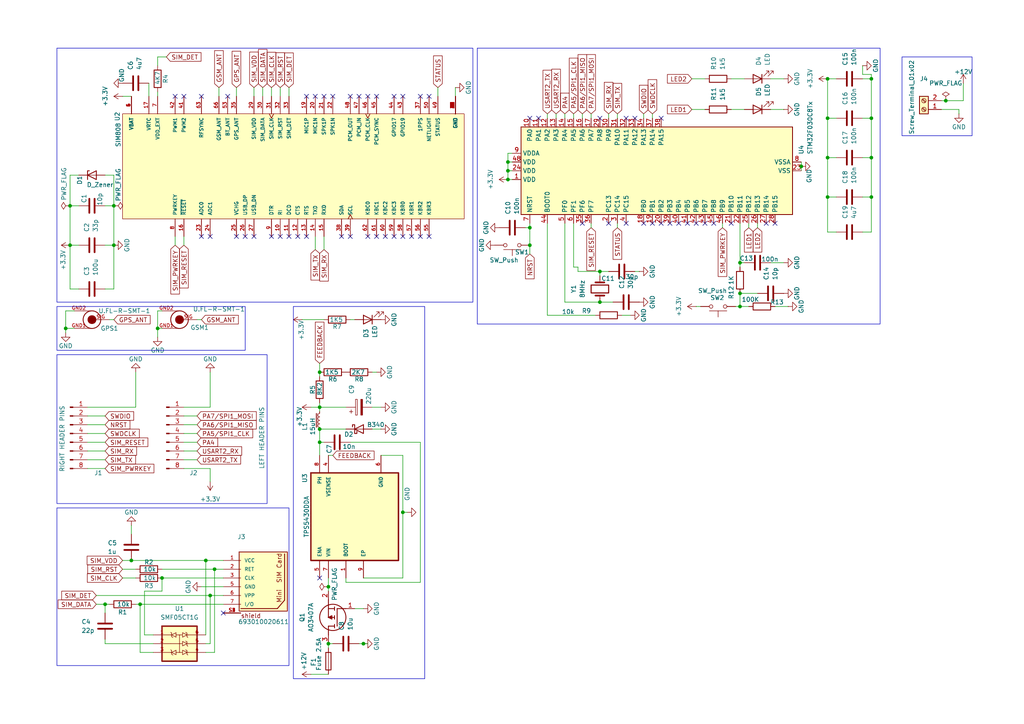
<source format=kicad_sch>
(kicad_sch (version 20231120) (generator "eeschema") (generator_version "8.0")
  (paper "A4")
  (lib_symbols
    (symbol "693010020611:693010020611" (pin_names (offset 1.016))
      (property "Reference" "J" (at 0 8.255 0))
      (symbol "693010020611_0_0"
        (text "Mini  SIM Card " (at 4.283 -7.212 900) (effects (font (size 1.27 1.27)) (justify left bottom)))
        (text "shield" (at -7.62 -11.7 0) (effects (font (size 1.27 1.27)) (justify left bottom)))
        (pin bidirectional line (at -12.7 5.08 0) (length 5.08) (name "VCC") (number "1"))
        (pin bidirectional line (at -12.7 2.54 0) (length 5.08) (name "RET") (number "2"))
        (pin bidirectional line (at -12.7 0 0) (length 5.08) (name "CLK") (number "3"))
        (pin bidirectional line (at -12.7 -2.54 0) (length 5.08) (name "GND") (number "5"))
        (pin bidirectional line (at -12.7 -5.08 0) (length 5.08) (name "VPP") (number "6"))
        (pin bidirectional line (at -12.7 -7.62 0) (length 5.08) (name "I/O") (number "7"))
        (pin bidirectional line (at -12.7 -10.16 0) (length 5.08) (name "~") (number "S1"))
        (pin bidirectional line (at -12.7 -10.16 0) (length 5.08) (name "~") (number "S2"))
        (pin bidirectional line (at -12.7 -10.16 0) (length 5.08) (name "~") (number "S3"))
        (pin bidirectional line (at -12.7 -10.16 0) (length 5.08) (name "~") (number "S4"))
      )
    )
    (symbol "AO3407A:AO3407A" (pin_names hide)
      (property "Reference" "Q" (at 11.43 3.81 0))
      (property "Value" "AO3407A" (at 11.43 1.27 0))
      (symbol "AO3407A_1_1"
        (pin passive line (at 0 0 0) (length 2.54) (name "G") (number "1"))
        (pin passive line (at 7.62 -5.08 90) (length 2.54) (name "S") (number "2"))
        (pin passive line (at 7.62 10.16 270) (length 2.54) (name "D") (number "3"))
      )
    )
    (symbol "Connector:Conn_01x08_Pin" (pin_names (offset 1.016) hide)
      (property "Reference" "J" (at 0 10.16 0))
      (property "Value" "Conn_01x08_Pin" (at 0 -12.7 0))
      (symbol "Conn_01x08_Pin_1_1"
        (pin passive line (at 5.08 7.62 180) (length 3.81) (name "Pin_1") (number "1"))
        (pin passive line (at 5.08 5.08 180) (length 3.81) (name "Pin_2") (number "2"))
        (pin passive line (at 5.08 2.54 180) (length 3.81) (name "Pin_3") (number "3"))
        (pin passive line (at 5.08 0 180) (length 3.81) (name "Pin_4") (number "4"))
        (pin passive line (at 5.08 -2.54 180) (length 3.81) (name "Pin_5") (number "5"))
        (pin passive line (at 5.08 -5.08 180) (length 3.81) (name "Pin_6") (number "6"))
        (pin passive line (at 5.08 -7.62 180) (length 3.81) (name "Pin_7") (number "7"))
        (pin passive line (at 5.08 -10.16 180) (length 3.81) (name "Pin_8") (number "8"))
      )
    )
    (symbol "Connector:Screw_Terminal_01x02" (pin_names (offset 1.016) hide)
      (property "Reference" "J" (at 0 2.54 0))
      (property "Value" "Screw_Terminal_01x02" (at 0 -5.08 0))
      (symbol "Screw_Terminal_01x02_1_1"
        (pin passive line (at -5.08 0 0) (length 3.81) (name "Pin_1") (number "1"))
        (pin passive line (at -5.08 -2.54 0) (length 3.81) (name "Pin_2") (number "2"))
      )
    )
    (symbol "Device:C" (pin_numbers hide) (pin_names (offset 0.254))
      (property "Reference" "C" (at 0.635 2.54 0))
      (property "Value" "C" (at 0.635 -2.54 0))
      (symbol "C_1_1"
        (pin passive line (at 0 3.81 270) (length 2.794) (name "~") (number "1"))
        (pin passive line (at 0 -3.81 90) (length 2.794) (name "~") (number "2"))
      )
    )
    (symbol "Device:C_Polarized" (pin_numbers hide) (pin_names (offset 0.254))
      (property "Reference" "C" (at 0.635 2.54 0))
      (property "Value" "C_Polarized" (at 0.635 -2.54 0))
      (symbol "C_Polarized_1_1"
        (pin passive line (at 0 3.81 270) (length 2.794) (name "~") (number "1"))
        (pin passive line (at 0 -3.81 90) (length 2.794) (name "~") (number "2"))
      )
    )
    (symbol "Device:Crystal" (pin_numbers hide) (pin_names (offset 1.016) hide)
      (property "Reference" "Y" (at 0 3.81 0))
      (property "Value" "Crystal" (at 0 -3.81 0))
      (symbol "Crystal_1_1"
        (pin passive line (at -3.81 0 0) (length 1.27) (name "1") (number "1"))
        (pin passive line (at 3.81 0 180) (length 1.27) (name "2") (number "2"))
      )
    )
    (symbol "Device:D_Zener" (pin_numbers hide) (pin_names (offset 1.016) hide)
      (property "Reference" "D" (at 0 2.54 0))
      (property "Value" "D_Zener" (at 0 -2.54 0))
      (symbol "D_Zener_1_1"
        (pin passive line (at -3.81 0 0) (length 2.54) (name "K") (number "1"))
        (pin passive line (at 3.81 0 180) (length 2.54) (name "A") (number "2"))
      )
    )
    (symbol "Device:Fuse" (pin_numbers hide) (pin_names (offset 0))
      (property "Reference" "F" (at 2.032 0 90))
      (property "Value" "Fuse" (at -1.905 0 90))
      (symbol "Fuse_1_1"
        (pin passive line (at 0 3.81 270) (length 1.27) (name "~") (number "1"))
        (pin passive line (at 0 -3.81 90) (length 1.27) (name "~") (number "2"))
      )
    )
    (symbol "Device:LED" (pin_numbers hide) (pin_names (offset 1.016) hide)
      (property "Reference" "D" (at 0 2.54 0))
      (property "Value" "LED" (at 0 -2.54 0))
      (symbol "LED_1_1"
        (pin passive line (at -3.81 0 0) (length 2.54) (name "K") (number "1"))
        (pin passive line (at 3.81 0 180) (length 2.54) (name "A") (number "2"))
      )
    )
    (symbol "Device:L_Iron_Small" (pin_numbers hide) (pin_names (offset 0.254) hide)
      (property "Reference" "L" (at 1.27 1.016 0))
      (property "Value" "L_Iron_Small" (at 1.27 -1.27 0))
      (symbol "L_Iron_Small_1_1"
        (pin passive line (at 0 2.54 270) (length 0.508) (name "~") (number "1"))
        (pin passive line (at 0 -2.54 90) (length 0.508) (name "~") (number "2"))
      )
    )
    (symbol "Device:R" (pin_numbers hide) (pin_names (offset 0))
      (property "Reference" "R" (at 2.032 0 90))
      (property "Value" "R" (at 0 0 90))
      (symbol "R_1_1"
        (pin passive line (at 0 3.81 270) (length 1.27) (name "~") (number "1"))
        (pin passive line (at 0 -3.81 90) (length 1.27) (name "~") (number "2"))
      )
    )
    (symbol "Diode:B340" (pin_numbers hide) (pin_names (offset 1.016) hide)
      (property "Reference" "D" (at 0 2.54 0))
      (property "Value" "B340" (at 0 -2.54 0))
      (symbol "B340_1_1"
        (pin passive line (at -3.81 0 0) (length 2.54) (name "K") (number "1"))
        (pin passive line (at 3.81 0 180) (length 2.54) (name "A") (number "2"))
      )
    )
    (symbol "MCU_ST_STM32F0:STM32F030C8Tx"
      (property "Reference" "U" (at -12.7 41.91 0))
      (property "Value" "STM32F030C8Tx" (at 7.62 41.91 0))
      (symbol "STM32F030C8Tx_1_1"
        (pin power_in line (at -2.54 43.18 270) (length 2.54) (name "VDD") (number "1"))
        (pin bidirectional line (at 15.24 38.1 180) (length 2.54) (name "PA0") (number "10"))
        (pin bidirectional line (at 15.24 35.56 180) (length 2.54) (name "PA1") (number "11"))
        (pin bidirectional line (at 15.24 33.02 180) (length 2.54) (name "PA2") (number "12"))
        (pin bidirectional line (at 15.24 30.48 180) (length 2.54) (name "PA3") (number "13"))
        (pin bidirectional line (at 15.24 27.94 180) (length 2.54) (name "PA4") (number "14"))
        (pin bidirectional line (at 15.24 25.4 180) (length 2.54) (name "PA5") (number "15"))
        (pin bidirectional line (at 15.24 22.86 180) (length 2.54) (name "PA6") (number "16"))
        (pin bidirectional line (at 15.24 20.32 180) (length 2.54) (name "PA7") (number "17"))
        (pin bidirectional line (at -15.24 5.08 0) (length 2.54) (name "PB0") (number "18"))
        (pin bidirectional line (at -15.24 2.54 0) (length 2.54) (name "PB1") (number "19"))
        (pin bidirectional line (at -15.24 15.24 0) (length 2.54) (name "PC13") (number "2"))
        (pin bidirectional line (at -15.24 0 0) (length 2.54) (name "PB2") (number "20"))
        (pin bidirectional line (at -15.24 -20.32 0) (length 2.54) (name "PB10") (number "21"))
        (pin bidirectional line (at -15.24 -22.86 0) (length 2.54) (name "PB11") (number "22"))
        (pin power_in line (at 0 -40.64 90) (length 2.54) (name "VSS") (number "23"))
        (pin power_in line (at 0 43.18 270) (length 2.54) (name "VDD") (number "24"))
        (pin bidirectional line (at -15.24 -25.4 0) (length 2.54) (name "PB12") (number "25"))
        (pin bidirectional line (at -15.24 -27.94 0) (length 2.54) (name "PB13") (number "26"))
        (pin bidirectional line (at -15.24 -30.48 0) (length 2.54) (name "PB14") (number "27"))
        (pin bidirectional line (at -15.24 -33.02 0) (length 2.54) (name "PB15") (number "28"))
        (pin bidirectional line (at 15.24 17.78 180) (length 2.54) (name "PA8") (number "29"))
        (pin bidirectional line (at -15.24 12.7 0) (length 2.54) (name "PC14") (number "3"))
        (pin bidirectional line (at 15.24 15.24 180) (length 2.54) (name "PA9") (number "30"))
        (pin bidirectional line (at 15.24 12.7 180) (length 2.54) (name "PA10") (number "31"))
        (pin bidirectional line (at 15.24 10.16 180) (length 2.54) (name "PA11") (number "32"))
        (pin bidirectional line (at 15.24 7.62 180) (length 2.54) (name "PA12") (number "33"))
        (pin bidirectional line (at 15.24 5.08 180) (length 2.54) (name "PA13") (number "34"))
        (pin bidirectional line (at -15.24 22.86 0) (length 2.54) (name "PF6") (number "35"))
        (pin bidirectional line (at -15.24 20.32 0) (length 2.54) (name "PF7") (number "36"))
        (pin bidirectional line (at 15.24 2.54 180) (length 2.54) (name "PA14") (number "37"))
        (pin bidirectional line (at 15.24 0 180) (length 2.54) (name "PA15") (number "38"))
        (pin bidirectional line (at -15.24 -2.54 0) (length 2.54) (name "PB3") (number "39"))
        (pin bidirectional line (at -15.24 10.16 0) (length 2.54) (name "PC15") (number "4"))
        (pin bidirectional line (at -15.24 -5.08 0) (length 2.54) (name "PB4") (number "40"))
        (pin bidirectional line (at -15.24 -7.62 0) (length 2.54) (name "PB5") (number "41"))
        (pin bidirectional line (at -15.24 -10.16 0) (length 2.54) (name "PB6") (number "42"))
        (pin bidirectional line (at -15.24 -12.7 0) (length 2.54) (name "PB7") (number "43"))
        (pin input line (at -15.24 33.02 0) (length 2.54) (name "BOOT0") (number "44"))
        (pin bidirectional line (at -15.24 -15.24 0) (length 2.54) (name "PB8") (number "45"))
        (pin bidirectional line (at -15.24 -17.78 0) (length 2.54) (name "PB9") (number "46"))
        (pin passive line (at 0 -40.64 90) (length 2.54) hide (name "VSS") (number "47"))
        (pin power_in line (at 2.54 43.18 270) (length 2.54) (name "VDD") (number "48"))
        (pin bidirectional line (at -15.24 27.94 0) (length 2.54) (name "PF0") (number "5"))
        (pin bidirectional line (at -15.24 25.4 0) (length 2.54) (name "PF1") (number "6"))
        (pin input line (at -15.24 38.1 0) (length 2.54) (name "NRST") (number "7"))
        (pin power_in line (at 2.54 -40.64 90) (length 2.54) (name "VSSA") (number "8"))
        (pin power_in line (at 5.08 43.18 270) (length 2.54) (name "VDDA") (number "9"))
      )
    )
    (symbol "SIM808:SIM808" (pin_names (offset 1.016))
      (property "Reference" "U" (at -15.24 49.022 0))
      (property "Value" "SIM808" (at -15.24 -53.34 0))
      (symbol "SIM808_0_0"
        (pin power_in line (at 20.32 -48.26 180) (length 5.08) (name "GND") (number "1"))
        (pin output line (at -20.32 2.54 0) (length 5.08) (name "RI") (number "10"))
        (pin output line (at -20.32 0 0) (length 5.08) (name "DCD") (number "11"))
        (pin output line (at -20.32 -2.54 0) (length 5.08) (name "CTS") (number "12"))
        (pin input line (at -20.32 -5.08 0) (length 5.08) (name "RTS") (number "13"))
        (pin output line (at -20.32 -7.62 0) (length 5.08) (name "TXD") (number "14"))
        (pin input line (at -20.32 -10.16 0) (length 5.08) (name "RXD") (number "15"))
        (pin input line (at -20.32 30.48 0) (length 5.08) (name "~{RESET}") (number "16"))
        (pin bidirectional line (at 20.32 40.64 180) (length 5.08) (name "VRTC") (number "17"))
        (pin power_in line (at 20.32 -48.26 180) (length 5.08) (name "GND") (number "18"))
        (pin input line (at 20.32 -5.08 180) (length 5.08) (name "MIC1P") (number "19"))
        (pin power_in line (at 20.32 -48.26 180) (length 5.08) (name "GND") (number "2"))
        (pin input line (at 20.32 -7.62 180) (length 5.08) (name "MIC1N") (number "20"))
        (pin output line (at 20.32 -10.16 180) (length 5.08) (name "SPK1P") (number "21"))
        (pin output line (at 20.32 -12.7 180) (length 5.08) (name "SPK1N") (number "22"))
        (pin input line (at -20.32 25.4 0) (length 5.08) (name "ADC0") (number "23"))
        (pin input line (at -20.32 22.86 0) (length 5.08) (name "ADC1") (number "24"))
        (pin input line (at -20.32 15.24 0) (length 5.08) (name "VCHG") (number "25"))
        (pin bidirectional line (at -20.32 12.7 0) (length 5.08) (name "USB_DP") (number "26"))
        (pin bidirectional line (at -20.32 10.16 0) (length 5.08) (name "USB_DN") (number "27"))
        (pin power_in line (at 20.32 -48.26 180) (length 5.08) (name "GND") (number "28"))
        (pin output line (at 20.32 10.16 180) (length 5.08) (name "SIM_VDD") (number "29"))
        (pin power_in line (at 20.32 -48.26 180) (length 5.08) (name "GND") (number "3"))
        (pin bidirectional line (at 20.32 7.62 180) (length 5.08) (name "SIM_DATA") (number "30"))
        (pin output clock (at 20.32 5.08 180) (length 5.08) (name "SIM_CLK") (number "31"))
        (pin output line (at 20.32 2.54 180) (length 5.08) (name "SIM_RST") (number "32"))
        (pin input line (at 20.32 0 180) (length 5.08) (name "SIM_DET") (number "33"))
        (pin power_in line (at 20.32 -48.26 180) (length 5.08) (name "GND") (number "34"))
        (pin input line (at 20.32 15.24 180) (length 5.08) (name "GPS_ANT") (number "35"))
        (pin power_in line (at 20.32 -48.26 180) (length 5.08) (name "GND") (number "36"))
        (pin output line (at 20.32 -38.1 180) (length 5.08) (name "1PPS") (number "37"))
        (pin bidirectional line (at -20.32 -15.24 0) (length 5.08) (name "SDA") (number "38"))
        (pin input clock (at -20.32 -17.78 0) (length 5.08) (name "SCL") (number "39"))
        (pin power_in line (at 20.32 45.72 180) (length 5.08) (name "VBAT") (number "4"))
        (pin power_in line (at 20.32 -48.26 180) (length 5.08) (name "GND") (number "40"))
        (pin output line (at 20.32 30.48 180) (length 5.08) (name "PWM2") (number "41"))
        (pin output line (at 20.32 33.02 180) (length 5.08) (name "PWM1") (number "42"))
        (pin bidirectional line (at 20.32 -33.02 180) (length 5.08) (name "GPIO19") (number "43"))
        (pin bidirectional line (at 20.32 -30.48 180) (length 5.08) (name "GPIO17") (number "44"))
        (pin output line (at 20.32 -25.4 180) (length 5.08) (name "PCM_SYNC") (number "45"))
        (pin input clock (at 20.32 -22.86 180) (length 5.08) (name "PCM_CLK") (number "46"))
        (pin input line (at 20.32 -20.32 180) (length 5.08) (name "PCM_IN") (number "47"))
        (pin output line (at 20.32 -17.78 180) (length 5.08) (name "PCM_OUT") (number "48"))
        (pin output line (at 20.32 -43.18 180) (length 5.08) (name "STATUS") (number "49"))
        (pin power_in line (at 20.32 45.72 180) (length 5.08) (name "VBAT") (number "5"))
        (pin output line (at 20.32 -40.64 180) (length 5.08) (name "NETLIGHT") (number "50"))
        (pin power_in line (at 20.32 -48.26 180) (length 5.08) (name "GND") (number "51"))
        (pin power_in line (at 20.32 -48.26 180) (length 5.08) (name "GND") (number "52"))
        (pin bidirectional line (at 20.32 17.78 180) (length 5.08) (name "BT_ANT") (number "53"))
        (pin power_in line (at 20.32 -48.26 180) (length 5.08) (name "GND") (number "54"))
        (pin output line (at -20.32 -40.64 0) (length 5.08) (name "KBR3") (number "55"))
        (pin output line (at -20.32 -38.1 0) (length 5.08) (name "KBR2") (number "56"))
        (pin output line (at -20.32 -35.56 0) (length 5.08) (name "KBR1") (number "57"))
        (pin output line (at -20.32 -33.02 0) (length 5.08) (name "KBR0") (number "58"))
        (pin input line (at -20.32 -30.48 0) (length 5.08) (name "KBC3") (number "59"))
        (pin power_in line (at 20.32 45.72 180) (length 5.08) (name "VBAT") (number "6"))
        (pin input line (at -20.32 -27.94 0) (length 5.08) (name "KBC2") (number "60"))
        (pin input line (at -20.32 -25.4 0) (length 5.08) (name "KBC1") (number "61"))
        (pin input line (at -20.32 -22.86 0) (length 5.08) (name "KBC0") (number "62"))
        (pin output line (at 20.32 25.4 180) (length 5.08) (name "RFSYNC") (number "63"))
        (pin power_in line (at 20.32 -48.26 180) (length 5.08) (name "GND") (number "64"))
        (pin power_in line (at 20.32 -48.26 180) (length 5.08) (name "GND") (number "65"))
        (pin bidirectional line (at 20.32 20.32 180) (length 5.08) (name "GSM_ANT") (number "66"))
        (pin power_in line (at 20.32 -48.26 180) (length 5.08) (name "GND") (number "67"))
        (pin power_in line (at 20.32 -48.26 180) (length 5.08) (name "GND") (number "68"))
        (pin output line (at 20.32 38.1 180) (length 5.08) (name "VDD_EXT") (number "7"))
        (pin input line (at -20.32 33.02 0) (length 5.08) (name "PWRKEY") (number "8"))
        (pin input line (at -20.32 5.08 0) (length 5.08) (name "DTR") (number "9"))
      )
    )
    (symbol "SMF05CT1G:SMF05CT1G" (pin_names (offset 1.016))
      (property "Reference" "U" (at -5.1114 6.0907 0))
      (property "Value" "SMF05CT1G" (at -5.1118 -9.0963 0))
      (symbol "SMF05CT1G_0_0"
        (pin passive line (at -7.62 2.54 0) (length 5.08) (name "~") (number "1"))
        (pin passive line (at -7.62 0 0) (length 5.08) (name "~") (number "2"))
        (pin passive line (at -7.62 -2.54 0) (length 5.08) (name "~") (number "3"))
        (pin passive line (at 7.62 -2.54 180) (length 5.08) (name "~") (number "4"))
        (pin passive line (at 7.62 0 180) (length 5.08) (name "~") (number "5"))
        (pin passive line (at 7.62 2.54 180) (length 5.08) (name "~") (number "6"))
      )
    )
    (symbol "Switch:SW_Push" (pin_numbers hide) (pin_names (offset 1.016) hide)
      (property "Reference" "SW" (at 1.27 2.54 0))
      (property "Value" "SW_Push" (at 0 -1.524 0))
      (symbol "SW_Push_0_1"
        (pin passive line (at -5.08 0 0) (length 2.54) (name "1") (number "1"))
        (pin passive line (at 5.08 0 180) (length 2.54) (name "2") (number "2"))
      )
    )
    (symbol "TPS5430DDA:TPS5430DDA" (pin_names (offset 1.016))
      (property "Reference" "U" (at -12.7 13.7 0))
      (property "Value" "TPS5430DDA" (at -12.7 -16.7 0))
      (symbol "TPS5430DDA_0_0"
        (pin bidirectional line (at -17.78 2.54 0) (length 5.08) (name "BOOT") (number "1"))
        (pin output line (at 17.78 7.62 180) (length 5.08) (name "VSENSE") (number "4"))
        (pin input line (at -17.78 10.16 0) (length 5.08) (name "ENA") (number "5"))
        (pin power_in line (at 17.78 -7.62 180) (length 5.08) (name "GND") (number "6"))
        (pin input line (at -17.78 7.62 0) (length 5.08) (name "VIN") (number "7"))
        (pin output line (at 17.78 10.16 180) (length 5.08) (name "PH") (number "8"))
        (pin bidirectional line (at -17.78 -2.54 0) (length 5.08) (name "EP") (number "9"))
      )
    )
    (symbol "U.FL-R-SMT-1:U.FL-R-SMT-1" (pin_names (offset 1.016))
      (property "Reference" "ANT" (at -2.54 5.08 0))
      (property "Value" "U.FL-R-SMT-1" (at -2.54 -6.096 0))
      (symbol "U.FL-R-SMT-1_0_0"
        (pin bidirectional line (at 5.08 2.54 180) (length 2.54) (name "~") (number "GND1"))
        (pin bidirectional line (at 5.08 -2.54 180) (length 2.54) (name "~") (number "GND2"))
        (pin bidirectional line (at -5.08 0 0) (length 5.08) (name "~") (number "SIG"))
      )
    )
    (symbol "power:+12V" (power) (pin_numbers hide) (pin_names (offset 0) hide)
      (property "Value" "+12V" (at 0 3.556 0))
      (symbol "+12V_1_1"
        (pin power_in line (at 0 0 90) (length 0) (name "~") (number "1"))
      )
    )
    (symbol "power:+3.3V" (power) (pin_numbers hide) (pin_names (offset 0) hide)
      (property "Value" "+3.3V" (at 0 3.556 0))
      (symbol "+3.3V_1_1"
        (pin power_in line (at 0 0 90) (length 0) (name "~") (number "1"))
      )
    )
    (symbol "power:GND" (power) (pin_numbers hide) (pin_names (offset 0) hide)
      (property "Value" "GND" (at 0 -3.81 0))
      (symbol "GND_1_1"
        (pin power_in line (at 0 0 270) (length 0) (name "~") (number "1"))
      )
    )
    (symbol "power:PWR_FLAG" (power) (pin_numbers hide) (pin_names (offset 0) hide)
      (property "Value" "PWR_FLAG" (at 0 3.81 0))
      (symbol "PWR_FLAG_0_0"
        (pin power_out line (at 0 0 90) (length 0) (name "~") (number "1"))
      )
    )
  )
  (junction (at 173.99 78.74))
  (junction (at 147.32 52.07))
  (junction (at 95.25 186.69))
  (junction (at 60.96 172.72))
  (junction (at 214.63 85.09))
  (junction (at 33.02 59.69))
  (junction (at 240.03 22.86))
  (junction (at 147.32 46.99))
  (junction (at 252.73 34.29))
  (junction (at 92.71 124.46))
  (junction (at 252.73 22.86))
  (junction (at 214.63 88.9))
  (junction (at 252.73 45.72))
  (junction (at 95.25 170.18))
  (junction (at 92.71 128.27))
  (junction (at 240.03 45.72))
  (junction (at 38.1 162.56))
  (junction (at 92.71 107.95))
  (junction (at 173.99 87.63))
  (junction (at 19.05 95.25))
  (junction (at 252.73 57.15))
  (junction (at 46.99 167.64))
  (junction (at 40.64 175.26))
  (junction (at 20.32 71.12))
  (junction (at 105.41 186.69))
  (junction (at 153.67 71.12))
  (junction (at 116.84 148.59))
  (junction (at 45.72 95.25))
  (junction (at 20.32 59.69))
  (junction (at 240.03 34.29))
  (junction (at 240.03 57.15))
  (junction (at 232.41 48.26))
  (junction (at 33.02 71.12))
  (junction (at 274.32 29.21))
  (junction (at 62.23 165.1))
  (junction (at 147.32 49.53))
  (junction (at 59.69 162.56))
  (junction (at 30.48 175.26))
  (junction (at 214.63 76.2))
  (junction (at 153.67 66.04))
  (junction (at 92.71 118.11))
  (no_connect (at 78.74 68.58))
  (no_connect (at 109.22 68.58))
  (no_connect (at 88.9 68.58))
  (no_connect (at 60.96 68.58))
  (no_connect (at 176.53 64.77))
  (no_connect (at 58.42 27.94))
  (no_connect (at 156.21 34.29))
  (no_connect (at 106.68 68.58))
  (no_connect (at 101.6 68.58))
  (no_connect (at 121.92 68.58))
  (no_connect (at 186.69 64.77))
  (no_connect (at 124.46 27.94))
  (no_connect (at 83.82 68.58))
  (no_connect (at 93.98 27.94))
  (no_connect (at 88.9 27.94))
  (no_connect (at 184.15 34.29))
  (no_connect (at 99.06 68.58))
  (no_connect (at 204.47 64.77))
  (no_connect (at 64.77 177.8))
  (no_connect (at 114.3 27.94))
  (no_connect (at 194.31 64.77))
  (no_connect (at 106.68 27.94))
  (no_connect (at 196.85 64.77))
  (no_connect (at 189.23 64.77))
  (no_connect (at 222.25 64.77))
  (no_connect (at 173.99 34.29))
  (no_connect (at 224.79 64.77))
  (no_connect (at 111.76 68.58))
  (no_connect (at 104.14 27.94))
  (no_connect (at 73.66 68.58))
  (no_connect (at 191.77 34.29))
  (no_connect (at 66.04 27.94))
  (no_connect (at 92.71 167.64))
  (no_connect (at 50.8 27.94))
  (no_connect (at 199.39 64.77))
  (no_connect (at 207.01 64.77))
  (no_connect (at 168.91 64.77))
  (no_connect (at 153.67 34.29))
  (no_connect (at 71.12 68.58))
  (no_connect (at 116.84 27.94))
  (no_connect (at 68.58 68.58))
  (no_connect (at 53.34 27.94))
  (no_connect (at 212.09 64.77))
  (no_connect (at 116.84 68.58))
  (no_connect (at 181.61 34.29))
  (no_connect (at 119.38 68.58))
  (no_connect (at 191.77 64.77))
  (no_connect (at 91.44 27.94))
  (no_connect (at 124.46 68.58))
  (no_connect (at 109.22 27.94))
  (no_connect (at 114.3 68.58))
  (no_connect (at 181.61 64.77))
  (no_connect (at 86.36 68.58))
  (no_connect (at 58.42 68.58))
  (no_connect (at 96.52 27.94))
  (no_connect (at 101.6 27.94))
  (no_connect (at 121.92 27.94))
  (no_connect (at 201.93 64.77))
  (no_connect (at 81.28 68.58))
  (wire (pts (xy 214.63 76.2) (xy 214.63 64.77)))
  (wire (pts (xy 30.48 50.8) (xy 33.02 50.8)))
  (wire (pts (xy 200.66 22.86) (xy 204.47 22.86)))
  (wire (pts (xy 59.69 162.56) (xy 64.77 162.56)))
  (wire (pts (xy 53.34 71.12) (xy 53.34 68.58)))
  (wire (pts (xy 46.99 171.45) (xy 46.99 167.64)))
  (wire (pts (xy 22.86 50.8) (xy 20.32 50.8)))
  (wire (pts (xy 250.19 21.59) (xy 252.73 21.59)))
  (wire (pts (xy 163.83 33.02) (xy 163.83 34.29)))
  (wire (pts (xy 102.87 176.53) (xy 105.41 176.53)))
  (wire (pts (xy 30.48 128.27) (xy 25.4 128.27)))
  (wire (pts (xy 44.45 189.23) (xy 40.64 189.23)))
  (wire (pts (xy 92.71 128.27) (xy 92.71 124.46)))
  (wire (pts (xy 252.73 21.59) (xy 252.73 22.86)))
  (wire (pts (xy 83.82 27.94) (xy 83.82 25.4)))
  (wire (pts (xy 153.67 66.04) (xy 153.67 64.77)))
  (wire (pts (xy 158.75 91.44) (xy 172.72 91.44)))
  (wire (pts (xy 19.05 90.17) (xy 19.05 95.25)))
  (wire (pts (xy 161.29 33.02) (xy 161.29 34.29)))
  (wire (pts (xy 215.9 76.2) (xy 214.63 76.2)))
  (wire (pts (xy 93.98 72.39) (xy 93.98 68.58)))
  (wire (pts (xy 39.37 175.26) (xy 40.64 175.26)))
  (wire (pts (xy 232.41 48.26) (xy 232.41 49.53)))
  (wire (pts (xy 92.71 107.95) (xy 92.71 105.41)))
  (wire (pts (xy 43.18 27.94) (xy 43.18 24.13)))
  (wire (pts (xy 167.64 77.47) (xy 167.64 78.74)))
  (wire (pts (xy 90.17 195.58) (xy 95.25 195.58)))
  (wire (pts (xy 30.48 175.26) (xy 30.48 177.8)))
  (wire (pts (xy 30.48 125.73) (xy 25.4 125.73)))
  (wire (pts (xy 78.74 27.94) (xy 78.74 25.4)))
  (wire (pts (xy 90.17 118.11) (xy 92.71 118.11)))
  (wire (pts (xy 179.07 66.04) (xy 179.07 64.77)))
  (wire (pts (xy 163.83 87.63) (xy 173.99 87.63)))
  (wire (pts (xy 57.15 125.73) (xy 53.34 125.73)))
  (wire (pts (xy 33.02 59.69) (xy 33.02 50.8)))
  (wire (pts (xy 60.96 139.7) (xy 60.96 135.89)))
  (wire (pts (xy 252.73 22.86) (xy 250.19 22.86)))
  (wire (pts (xy 212.09 22.86) (xy 215.9 22.86)))
  (wire (pts (xy 92.71 118.11) (xy 100.33 118.11)))
  (wire (pts (xy 214.63 77.47) (xy 214.63 76.2)))
  (wire (pts (xy 158.75 64.77) (xy 158.75 91.44)))
  (wire (pts (xy 116.84 132.08) (xy 110.49 132.08)))
  (wire (pts (xy 30.48 135.89) (xy 25.4 135.89)))
  (wire (pts (xy 45.72 97.79) (xy 45.72 95.25)))
  (wire (pts (xy 30.48 59.69) (xy 33.02 59.69)))
  (wire (pts (xy 240.03 67.31) (xy 240.03 57.15)))
  (wire (pts (xy 95.25 171.45) (xy 95.25 170.18)))
  (wire (pts (xy 121.92 168.91) (xy 121.92 128.27)))
  (wire (pts (xy 92.71 109.22) (xy 92.71 107.95)))
  (wire (pts (xy 57.15 133.35) (xy 53.34 133.35)))
  (wire (pts (xy 147.32 49.53) (xy 148.59 49.53)))
  (wire (pts (xy 201.93 88.9) (xy 203.2 88.9)))
  (wire (pts (xy 274.32 29.21) (xy 279.4 29.21)))
  (wire (pts (xy 180.34 91.44) (xy 182.88 91.44)))
  (wire (pts (xy 20.32 59.69) (xy 20.32 50.8)))
  (wire (pts (xy 57.15 120.65) (xy 53.34 120.65)))
  (wire (pts (xy 62.23 189.23) (xy 62.23 165.1)))
  (wire (pts (xy 200.66 31.75) (xy 204.47 31.75)))
  (wire (pts (xy 58.42 92.71) (xy 57.15 92.71)))
  (wire (pts (xy 152.4 66.04) (xy 153.67 66.04)))
  (wire (pts (xy 41.91 184.15) (xy 41.91 171.45)))
  (wire (pts (xy 21.59 95.25) (xy 19.05 95.25)))
  (wire (pts (xy 95.25 187.96) (xy 95.25 186.69)))
  (wire (pts (xy 273.05 29.21) (xy 274.32 29.21)))
  (wire (pts (xy 95.25 170.18) (xy 95.25 167.64)))
  (wire (pts (xy 147.32 52.07) (xy 148.59 52.07)))
  (wire (pts (xy 273.05 31.75) (xy 278.13 31.75)))
  (wire (pts (xy 179.07 33.02) (xy 179.07 34.29)))
  (wire (pts (xy 227.33 31.75) (xy 223.52 31.75)))
  (wire (pts (xy 92.71 132.08) (xy 92.71 128.27)))
  (wire (pts (xy 166.37 77.47) (xy 166.37 64.77)))
  (wire (pts (xy 223.52 22.86) (xy 227.33 22.86)))
  (wire (pts (xy 30.48 175.26) (xy 31.75 175.26)))
  (wire (pts (xy 38.1 152.4) (xy 38.1 154.94)))
  (wire (pts (xy 40.64 175.26) (xy 40.64 189.23)))
  (wire (pts (xy 57.15 130.81) (xy 53.34 130.81)))
  (wire (pts (xy 50.8 71.12) (xy 50.8 68.58)))
  (wire (pts (xy 30.48 71.12) (xy 33.02 71.12)))
  (wire (pts (xy 35.56 162.56) (xy 38.1 162.56)))
  (wire (pts (xy 250.19 57.15) (xy 252.73 57.15)))
  (wire (pts (xy 189.23 33.02) (xy 189.23 34.29)))
  (wire (pts (xy 153.67 73.66) (xy 153.67 71.12)))
  (wire (pts (xy 176.53 33.02) (xy 176.53 34.29)))
  (wire (pts (xy 38.1 162.56) (xy 59.69 162.56)))
  (wire (pts (xy 20.32 59.69) (xy 22.86 59.69)))
  (wire (pts (xy 30.48 186.69) (xy 30.48 185.42)))
  (wire (pts (xy 63.5 25.4) (xy 63.5 27.94)))
  (wire (pts (xy 91.44 72.39) (xy 91.44 68.58)))
  (wire (pts (xy 35.56 165.1) (xy 39.37 165.1)))
  (wire (pts (xy 92.71 119.38) (xy 92.71 118.11)))
  (wire (pts (xy 30.48 130.81) (xy 25.4 130.81)))
  (wire (pts (xy 217.17 66.04) (xy 217.17 64.77)))
  (wire (pts (xy 242.57 67.31) (xy 240.03 67.31)))
  (wire (pts (xy 219.71 66.04) (xy 219.71 64.77)))
  (wire (pts (xy 158.75 33.02) (xy 158.75 34.29)))
  (wire (pts (xy 45.72 19.05) (xy 45.72 16.51)))
  (wire (pts (xy 252.73 67.31) (xy 252.73 57.15)))
  (wire (pts (xy 106.68 186.69) (xy 105.41 186.69)))
  (wire (pts (xy 45.72 16.51) (xy 48.26 16.51)))
  (wire (pts (xy 101.6 92.71) (xy 102.87 92.71)))
  (wire (pts (xy 116.84 148.59) (xy 116.84 132.08)))
  (wire (pts (xy 214.63 85.09) (xy 219.71 85.09)))
  (wire (pts (xy 45.72 26.67) (xy 45.72 27.94)))
  (wire (pts (xy 35.56 167.64) (xy 39.37 167.64)))
  (wire (pts (xy 22.86 83.82) (xy 20.32 83.82)))
  (wire (pts (xy 110.49 118.11) (xy 107.95 118.11)))
  (wire (pts (xy 92.71 124.46) (xy 100.33 124.46)))
  (wire (pts (xy 148.59 44.45) (xy 147.32 44.45)))
  (wire (pts (xy 232.41 46.99) (xy 232.41 48.26)))
  (wire (pts (xy 46.99 167.64) (xy 64.77 167.64)))
  (wire (pts (xy 100.33 167.64) (xy 100.33 168.91)))
  (wire (pts (xy 44.45 184.15) (xy 41.91 184.15)))
  (wire (pts (xy 59.69 189.23) (xy 62.23 189.23)))
  (wire (pts (xy 167.64 78.74) (xy 173.99 78.74)))
  (wire (pts (xy 173.99 78.74) (xy 176.53 78.74)))
  (wire (pts (xy 240.03 57.15) (xy 240.03 45.72)))
  (wire (pts (xy 240.03 45.72) (xy 242.57 45.72)))
  (wire (pts (xy 214.63 88.9) (xy 214.63 85.09)))
  (wire (pts (xy 44.45 186.69) (xy 30.48 186.69)))
  (wire (pts (xy 59.69 186.69) (xy 60.96 186.69)))
  (wire (pts (xy 30.48 123.19) (xy 25.4 123.19)))
  (wire (pts (xy 20.32 71.12) (xy 20.32 59.69)))
  (wire (pts (xy 250.19 19.05) (xy 250.19 21.59)))
  (wire (pts (xy 46.99 165.1) (xy 62.23 165.1)))
  (wire (pts (xy 19.05 96.52) (xy 19.05 95.25)))
  (wire (pts (xy 109.22 107.95) (xy 107.95 107.95)))
  (wire (pts (xy 100.33 168.91) (xy 121.92 168.91)))
  (wire (pts (xy 166.37 33.02) (xy 166.37 34.29)))
  (wire (pts (xy 250.19 45.72) (xy 252.73 45.72)))
  (wire (pts (xy 252.73 34.29) (xy 252.73 22.86)))
  (wire (pts (xy 240.03 22.86) (xy 242.57 22.86)))
  (wire (pts (xy 147.32 44.45) (xy 147.32 46.99)))
  (wire (pts (xy 76.2 27.94) (xy 76.2 25.4)))
  (wire (pts (xy 186.69 33.02) (xy 186.69 34.29)))
  (wire (pts (xy 58.42 170.18) (xy 64.77 170.18)))
  (wire (pts (xy 279.4 24.13) (xy 279.4 29.21)))
  (wire (pts (xy 147.32 46.99) (xy 148.59 46.99)))
  (wire (pts (xy 27.94 172.72) (xy 60.96 172.72)))
  (wire (pts (xy 167.64 77.47) (xy 166.37 77.47)))
  (wire (pts (xy 214.63 88.9) (xy 213.36 88.9)))
  (wire (pts (xy 278.13 31.75) (xy 278.13 33.02)))
  (wire (pts (xy 39.37 118.11) (xy 25.4 118.11)))
  (wire (pts (xy 173.99 80.01) (xy 173.99 78.74)))
  (wire (pts (xy 27.94 175.26) (xy 30.48 175.26)))
  (wire (pts (xy 59.69 162.56) (xy 59.69 184.15)))
  (wire (pts (xy 240.03 34.29) (xy 242.57 34.29)))
  (wire (pts (xy 147.32 49.53) (xy 147.32 52.07)))
  (wire (pts (xy 171.45 66.04) (xy 171.45 64.77)))
  (wire (pts (xy 40.64 175.26) (xy 64.77 175.26)))
  (wire (pts (xy 38.1 27.94) (xy 35.56 27.94)))
  (wire (pts (xy 127 27.94) (xy 127 25.4)))
  (wire (pts (xy 46.99 95.25) (xy 45.72 95.25)))
  (wire (pts (xy 240.03 34.29) (xy 240.03 22.86)))
  (wire (pts (xy 116.84 148.59) (xy 118.11 148.59)))
  (wire (pts (xy 20.32 83.82) (xy 20.32 71.12)))
  (wire (pts (xy 240.03 45.72) (xy 240.03 34.29)))
  (wire (pts (xy 212.09 31.75) (xy 215.9 31.75)))
  (wire (pts (xy 39.37 107.95) (xy 39.37 118.11)))
  (wire (pts (xy 30.48 133.35) (xy 25.4 133.35)))
  (wire (pts (xy 46.99 90.17) (xy 45.72 90.17)))
  (wire (pts (xy 107.95 124.46) (xy 110.49 124.46)))
  (wire (pts (xy 60.96 172.72) (xy 60.96 186.69)))
  (wire (pts (xy 252.73 45.72) (xy 252.73 34.29)))
  (wire (pts (xy 153.67 71.12) (xy 153.67 66.04)))
  (wire (pts (xy 81.28 27.94) (xy 81.28 25.4)))
  (wire (pts (xy 116.84 167.64) (xy 116.84 148.59)))
  (wire (pts (xy 33.02 83.82) (xy 30.48 83.82)))
  (wire (pts (xy 223.52 76.2) (xy 227.33 76.2)))
  (wire (pts (xy 224.79 88.9) (xy 228.6 88.9)))
  (wire (pts (xy 185.42 78.74) (xy 184.15 78.74)))
  (wire (pts (xy 60.96 118.11) (xy 60.96 107.95)))
  (wire (pts (xy 147.32 46.99) (xy 147.32 49.53)))
  (wire (pts (xy 87.63 92.71) (xy 93.98 92.71)))
  (wire (pts (xy 60.96 135.89) (xy 53.34 135.89)))
  (wire (pts (xy 163.83 87.63) (xy 163.83 64.77)))
  (wire (pts (xy 240.03 57.15) (xy 242.57 57.15)))
  (wire (pts (xy 20.32 71.12) (xy 22.86 71.12)))
  (wire (pts (xy 121.92 128.27) (xy 101.6 128.27)))
  (wire (pts (xy 132.08 25.4) (xy 132.08 27.94)))
  (wire (pts (xy 105.41 167.64) (xy 116.84 167.64)))
  (wire (pts (xy 45.72 95.25) (xy 45.72 90.17)))
  (wire (pts (xy 33.02 71.12) (xy 33.02 83.82)))
  (wire (pts (xy 57.15 123.19) (xy 53.34 123.19)))
  (wire (pts (xy 21.59 90.17) (xy 19.05 90.17)))
  (wire (pts (xy 57.15 128.27) (xy 53.34 128.27)))
  (wire (pts (xy 62.23 165.1) (xy 64.77 165.1)))
  (wire (pts (xy 250.19 34.29) (xy 252.73 34.29)))
  (wire (pts (xy 104.14 186.69) (xy 105.41 186.69)))
  (wire (pts (xy 171.45 33.02) (xy 171.45 34.29)))
  (wire (pts (xy 33.02 59.69) (xy 33.02 71.12)))
  (wire (pts (xy 73.66 27.94) (xy 73.66 25.4)))
  (wire (pts (xy 173.99 87.63) (xy 177.8 87.63)))
  (wire (pts (xy 250.19 67.31) (xy 252.73 67.31)))
  (wire (pts (xy 60.96 172.72) (xy 64.77 172.72)))
  (wire (pts (xy 214.63 88.9) (xy 217.17 88.9)))
  (wire (pts (xy 95.25 186.69) (xy 96.52 186.69)))
  (wire (pts (xy 53.34 118.11) (xy 60.96 118.11)))
  (wire (pts (xy 96.52 132.08) (xy 95.25 132.08)))
  (wire (pts (xy 168.91 33.02) (xy 168.91 34.29)))
  (wire (pts (xy 209.55 66.04) (xy 209.55 64.77)))
  (wire (pts (xy 68.58 25.4) (xy 68.58 27.94)))
  (wire (pts (xy 41.91 171.45) (xy 46.99 171.45)))
  (wire (pts (xy 92.71 116.84) (xy 92.71 118.11)))
  (wire (pts (xy 93.98 128.27) (xy 92.71 128.27)))
  (wire (pts (xy 30.48 120.65) (xy 25.4 120.65)))
  (wire (pts (xy 33.02 92.71) (xy 31.75 92.71)))
  (wire (pts (xy 252.73 57.15) (xy 252.73 45.72)))
  (rectangle (start 261.62 16.51) (end 281.94 39.37))
  (rectangle (start 138.43 13.97) (end 255.27 93.98))
  (rectangle (start 16.51 102.87) (end 77.47 146.05))
  (rectangle (start 16.51 13.97) (end 137.16 87.63))
  (rectangle (start 16.51 147.32) (end 83.82 193.04))
  (rectangle (start 16.51 88.9) (end 71.12 101.6))
  (rectangle (start 85.09 88.9) (end 123.19 196.85))
  (global_label "USART2_RX" (shape input) (at 57.15 130.81 0) (property "Intersheetrefs" "${INTERSHEET_REFS}" (effects (hide yes))))
  (global_label "PA5{slash}SPI1_CLK" (shape input) (at 57.15 125.73 0) (property "Intersheetrefs" "${INTERSHEET_REFS}" (effects (hide yes))))
  (global_label "PA7{slash}SPI1_MOSI" (shape input) (at 57.15 120.65 0) (property "Intersheetrefs" "${INTERSHEET_REFS}" (effects (hide yes))))
  (global_label "PA5{slash}SPI1_CLK" (shape input) (at 166.37 33.02 90) (property "Intersheetrefs" "${INTERSHEET_REFS}" (effects (hide yes))))
  (global_label "SIM_DET" (shape input) (at 83.82 25.4 90) (property "Intersheetrefs" "${INTERSHEET_REFS}" (effects (hide yes))))
  (global_label "SIM_TX" (shape input) (at 30.48 133.35 0) (property "Intersheetrefs" "${INTERSHEET_REFS}" (effects (hide yes))))
  (global_label "SIM_PWRKEY" (shape input) (at 50.8 71.12 270) (property "Intersheetrefs" "${INTERSHEET_REFS}" (effects (hide yes))))
  (global_label "FEEDBACK" (shape input) (at 92.71 105.41 90) (property "Intersheetrefs" "${INTERSHEET_REFS}" (effects (hide yes))))
  (global_label "SWDCLK" (shape input) (at 30.48 125.73 0) (property "Intersheetrefs" "${INTERSHEET_REFS}" (effects (hide yes))))
  (global_label "NRST" (shape input) (at 153.67 73.66 270) (property "Intersheetrefs" "${INTERSHEET_REFS}" (effects (hide yes))))
  (global_label "GSM_ANT" (shape input) (at 63.5 25.4 90) (property "Intersheetrefs" "${INTERSHEET_REFS}" (effects (hide yes))))
  (global_label "USART2_TX" (shape input) (at 158.75 33.02 90) (property "Intersheetrefs" "${INTERSHEET_REFS}" (effects (hide yes))))
  (global_label "LED1" (shape input) (at 217.17 66.04 270) (property "Intersheetrefs" "${INTERSHEET_REFS}" (effects (hide yes))))
  (global_label "LED2" (shape input) (at 200.66 22.86 180) (property "Intersheetrefs" "${INTERSHEET_REFS}" (effects (hide yes))))
  (global_label "SWDIO" (shape input) (at 186.69 33.02 90) (property "Intersheetrefs" "${INTERSHEET_REFS}" (effects (hide yes))))
  (global_label "PA6{slash}SPI1_MISO" (shape input) (at 57.15 123.19 0) (property "Intersheetrefs" "${INTERSHEET_REFS}" (effects (hide yes))))
  (global_label "LED1" (shape input) (at 200.66 31.75 180) (property "Intersheetrefs" "${INTERSHEET_REFS}" (effects (hide yes))))
  (global_label "SIM_RX" (shape input) (at 30.48 130.81 0) (property "Intersheetrefs" "${INTERSHEET_REFS}" (effects (hide yes))))
  (global_label "SIM_CLK" (shape input) (at 78.74 25.4 90) (property "Intersheetrefs" "${INTERSHEET_REFS}" (effects (hide yes))))
  (global_label "GSM_ANT" (shape input) (at 58.42 92.71 0) (property "Intersheetrefs" "${INTERSHEET_REFS}" (effects (hide yes))))
  (global_label "SIM_RESET" (shape input) (at 53.34 71.12 270) (property "Intersheetrefs" "${INTERSHEET_REFS}" (effects (hide yes))))
  (global_label "SWDIO" (shape input) (at 30.48 120.65 0) (property "Intersheetrefs" "${INTERSHEET_REFS}" (effects (hide yes))))
  (global_label "SIM_DET" (shape input) (at 48.26 16.51 0) (property "Intersheetrefs" "${INTERSHEET_REFS}" (effects (hide yes))))
  (global_label "STATUS" (shape input) (at 179.07 66.04 270) (property "Intersheetrefs" "${INTERSHEET_REFS}" (effects (hide yes))))
  (global_label "SIM_RX" (shape input) (at 176.53 33.02 90) (property "Intersheetrefs" "${INTERSHEET_REFS}" (effects (hide yes))))
  (global_label "SIM_VDD" (shape input) (at 35.56 162.56 180) (property "Intersheetrefs" "${INTERSHEET_REFS}" (effects (hide yes))))
  (global_label "PA4" (shape input) (at 57.15 128.27 0) (property "Intersheetrefs" "${INTERSHEET_REFS}" (effects (hide yes))))
  (global_label "STATUS" (shape input) (at 127 25.4 90) (property "Intersheetrefs" "${INTERSHEET_REFS}" (effects (hide yes))))
  (global_label "USART2_TX" (shape input) (at 57.15 133.35 0) (property "Intersheetrefs" "${INTERSHEET_REFS}" (effects (hide yes))))
  (global_label "PA7{slash}SPI1_MOSI" (shape input) (at 171.45 33.02 90) (property "Intersheetrefs" "${INTERSHEET_REFS}" (effects (hide yes))))
  (global_label "USART2_RX" (shape input) (at 161.29 33.02 90) (property "Intersheetrefs" "${INTERSHEET_REFS}" (effects (hide yes))))
  (global_label "LED2" (shape input) (at 219.71 66.04 270) (property "Intersheetrefs" "${INTERSHEET_REFS}" (effects (hide yes))))
  (global_label "SIM_DATA" (shape input) (at 27.94 175.26 180) (property "Intersheetrefs" "${INTERSHEET_REFS}" (effects (hide yes))))
  (global_label "SIM_TX" (shape input) (at 179.07 33.02 90) (property "Intersheetrefs" "${INTERSHEET_REFS}" (effects (hide yes))))
  (global_label "PA4" (shape input) (at 163.83 33.02 90) (property "Intersheetrefs" "${INTERSHEET_REFS}" (effects (hide yes))))
  (global_label "SIM_TX" (shape input) (at 91.44 72.39 270) (property "Intersheetrefs" "${INTERSHEET_REFS}" (effects (hide yes))))
  (global_label "SIM_VDD" (shape input) (at 73.66 25.4 90) (property "Intersheetrefs" "${INTERSHEET_REFS}" (effects (hide yes))))
  (global_label "SIM_RX" (shape input) (at 93.98 72.39 270) (property "Intersheetrefs" "${INTERSHEET_REFS}" (effects (hide yes))))
  (global_label "GPS_ANT" (shape input) (at 33.02 92.71 0) (property "Intersheetrefs" "${INTERSHEET_REFS}" (effects (hide yes))))
  (global_label "GPS_ANT" (shape input) (at 68.58 25.4 90) (property "Intersheetrefs" "${INTERSHEET_REFS}" (effects (hide yes))))
  (global_label "FEEDBACK" (shape input) (at 96.52 132.08 0) (property "Intersheetrefs" "${INTERSHEET_REFS}" (effects (hide yes))))
  (global_label "SIM_RESET" (shape input) (at 171.45 66.04 270) (property "Intersheetrefs" "${INTERSHEET_REFS}" (effects (hide yes))))
  (global_label "SIM_RESET" (shape input) (at 30.48 128.27 0) (property "Intersheetrefs" "${INTERSHEET_REFS}" (effects (hide yes))))
  (global_label "SIM_PWRKEY" (shape input) (at 209.55 66.04 270) (property "Intersheetrefs" "${INTERSHEET_REFS}" (effects (hide yes))))
  (global_label "SIM_PWRKEY" (shape input) (at 30.48 135.89 0) (property "Intersheetrefs" "${INTERSHEET_REFS}" (effects (hide yes))))
  (global_label "SIM_RST" (shape input) (at 35.56 165.1 180) (property "Intersheetrefs" "${INTERSHEET_REFS}" (effects (hide yes))))
  (global_label "SIM_RST" (shape input) (at 81.28 25.4 90) (property "Intersheetrefs" "${INTERSHEET_REFS}" (effects (hide yes))))
  (global_label "SIM_DATA" (shape input) (at 76.2 25.4 90) (property "Intersheetrefs" "${INTERSHEET_REFS}" (effects (hide yes))))
  (global_label "SWDCLK" (shape input) (at 189.23 33.02 90) (property "Intersheetrefs" "${INTERSHEET_REFS}" (effects (hide yes))))
  (global_label "NRST" (shape input) (at 30.48 123.19 0) (property "Intersheetrefs" "${INTERSHEET_REFS}" (effects (hide yes))))
  (global_label "PA6{slash}SPI1_MISO" (shape input) (at 168.91 33.02 90) (property "Intersheetrefs" "${INTERSHEET_REFS}" (effects (hide yes))))
  (global_label "SIM_DET" (shape input) (at 27.94 172.72 180) (property "Intersheetrefs" "${INTERSHEET_REFS}" (effects (hide yes))))
  (global_label "SIM_CLK" (shape input) (at 35.56 167.64 180) (property "Intersheetrefs" "${INTERSHEET_REFS}" (effects (hide yes))))
  (symbol (lib_id "Device:Fuse") (at 95.25 191.77 180) (unit 1)
    (property "Reference" "F1" (at 90.932 192.024 90))
    (property "Value" "Fuse 2.5A" (at 92.456 189.738 90))
    (property "Footprint" "Fuse:Fuse_0402_1005Metric" (effects (hide yes)))
    (property "Description" "Fuse" (effects (hide yes)))
  )
  (symbol (lib_id "Device:C") (at 97.79 128.27 270) (unit 1)
    (property "Reference" "C7" (at 95.504 131.572 0) (effects (justify right)))
    (property "Value" "10n" (at 103.124 129.54 90) (effects (justify right)))
    (property "Footprint" "Capacitor_SMD:C_0201_0603Metric" (effects (hide yes)))
    (property "Description" "Unpolarized capacitor" (effects (hide yes)))
  )
  (symbol (lib_id "power:GND") (at 110.49 92.71 90) (unit 1)
    (property "Reference" "#PWR018" (effects (hide yes)))
    (property "Value" "GND" (at 114.3 92.71 0))
    (property "Description" "Power symbol creates a global label with name \"GND\" , ground" (effects (hide yes)))
  )
  (symbol (lib_id "SIM808:SIM808") (at 83.82 48.26 90) (unit 1)
    (property "Reference" "U2" (at 34.036 33.782 0))
    (property "Value" "SIM808" (at 34.29 39.116 0))
    (property "Footprint" "syam pcbbb:XCVR_SIM808" (effects (hide yes)))
    (property "MF" "SIMcom Wireless  solutions Co.,Ltd" (effects (hide yes)))
    (property "MAXIMUM_PACKAGE_HEIGHT" "2.8mm" (effects (hide yes)))
    (property "Package" "None" (effects (hide yes)))
    (property "Price" "None" (effects (hide yes)))
    (property "Check_prices" "https://www.snapeda.com/parts/SIM808/SIMcom+Wireless+solutions+Co.%252CLtd/view-part/?ref=eda" (effects (hide yes)))
    (property "STANDARD" "Manufacturer recommendations" (effects (hide yes)))
    (property "PARTREV" "1.03" (effects (hide yes)))
    (property "SnapEDA_Link" "https://www.snapeda.com/parts/SIM808/SIMcom+Wireless+solutions+Co.%252CLtd/view-part/?ref=snap" (effects (hide yes)))
    (property "MP" "SIM808" (effects (hide yes)))
    (property "Description_1" "\nSIM808 GPS, GPRS/GSM RF mikroBUS™ Click™ Platform Evaluation Expansion Board\n" (effects (hide yes)))
    (property "Availability" "In Stock" (effects (hide yes)))
    (property "MANUFACTURER" "SIMCOM" (effects (hide yes)))
  )
  (symbol (lib_id "Device:R") (at 35.56 175.26 270) (unit 1)
    (property "Reference" "R1" (at 35.56 177.546 90))
    (property "Value" "10k" (at 35.814 175.26 90))
    (property "Footprint" "Resistor_SMD:R_0402_1005Metric" (effects (hide yes)))
    (property "Description" "Resistor" (effects (hide yes)))
  )
  (symbol (lib_id "U.FL-R-SMT-1:U.FL-R-SMT-1") (at 26.67 92.71 180) (unit 1)
    (property "Reference" "GPS1" (at 31.75 95.25 0))
    (property "Value" "U.FL-R-SMT-1" (at 36.068 90.17 0))
    (property "Footprint" "syam pcbbb:HIROSE_U.FL-R-SMT-1_80_" (effects (hide yes)))
    (property "MF" "Hirose Electric Co Ltd" (effects (hide yes)))
    (property "Description_1" "\nU.FL-R-SMT(10) Hirose Electric RF Connectors U.FL 0Hz to 6GHz 50Ohm Solder ST SMD F Gold T/R - Arrow.com\n" (effects (hide yes)))
    (property "Package" "None" (effects (hide yes)))
    (property "Price" "None" (effects (hide yes)))
    (property "SnapEDA_Link" "https://www.snapeda.com/parts/U.FL-R-SMT-1/Hirose+Electric+Co+Ltd/view-part/?ref=snap" (effects (hide yes)))
    (property "MP" "U.FL-R-SMT-1" (effects (hide yes)))
    (property "Purchase-URL" "https://www.snapeda.com/api/url_track_click_mouser/?unipart_id=5844606&manufacturer=Hirose Electric Co Ltd&part_name=U.FL-R-SMT-1&search_term=u.fl-r-smt(10)" (effects (hide yes)))
    (property "Availability" "In Stock" (effects (hide yes)))
    (property "Check_prices" "https://www.snapeda.com/parts/U.FL-R-SMT-1/Hirose+Electric+Co+Ltd/view-part/?ref=eda" (effects (hide yes)))
  )
  (symbol (lib_id "Diode:B340") (at 104.14 124.46 0) (unit 1)
    (property "Reference" "D2" (at 99.822 125.984 0) (effects (justify left)))
    (property "Value" "B340" (at 106.426 123.19 0) (effects (justify left)))
    (property "Footprint" "Diode_SMD:D_SMC" (effects (hide yes)))
    (property "Datasheet" "http://www.jameco.com/Jameco/Products/ProdDS/1538777.pdf" (effects (hide yes)))
    (property "Description" "40V 3A Schottky Barrier Rectifier Diode, SMC" (effects (hide yes)))
  )
  (symbol (lib_id "power:GND") (at 35.56 24.13 270) (unit 1)
    (property "Reference" "#PWR04" (effects (hide yes)))
    (property "Value" "GND" (at 35.306 21.844 0))
    (property "Description" "Power symbol creates a global label with name \"GND\" , ground" (effects (hide yes)))
  )
  (symbol (lib_id "power:GND") (at 60.96 107.95 180) (unit 1)
    (property "Reference" "#PWR010" (effects (hide yes)))
    (property "Value" "GND" (at 60.96 104.14 0))
    (property "Description" "Power symbol creates a global label with name \"GND\" , ground" (effects (hide yes)))
  )
  (symbol (lib_id "power:+3.3V") (at 35.56 27.94 90) (unit 1)
    (property "Reference" "#PWR05" (effects (hide yes)))
    (property "Value" "+3.3V" (at 30.48 27.94 0))
    (property "Description" "Power symbol creates a global label with name \"+3.3V\"" (effects (hide yes)))
  )
  (symbol (lib_id "Connector:Conn_01x08_Pin") (at 48.26 125.73 0) (unit 1)
    (property "Reference" "J2" (at 56.134 137.16 0))
    (property "Value" "LEFT HEADER PINS" (at 75.946 127 90))
    (property "Footprint" "Connector_PinHeader_2.54mm:PinHeader_1x08_P2.54mm_Vertical" (effects (hide yes)))
    (property "Description" "Generic connector, single row, 01x08, script generated" (effects (hide yes)))
  )
  (symbol (lib_id "Device:C") (at 246.38 45.72 90) (unit 1)
    (property "Reference" "C17" (at 245.1099 41.91 0) (effects (justify left)))
    (property "Value" "100n" (at 247.6499 41.91 0) (effects (justify left)))
    (property "Footprint" "Capacitor_SMD:C_0402_1005Metric" (effects (hide yes)))
    (property "Description" "Unpolarized capacitor" (effects (hide yes)))
  )
  (symbol (lib_id "Device:C") (at 26.67 71.12 90) (unit 1)
    (property "Reference" "C2" (at 25.146 67.31 0) (effects (justify left)))
    (property "Value" "33p" (at 27.686 67.31 0) (effects (justify left)))
    (property "Footprint" "Capacitor_SMD:C_0402_1005Metric" (effects (hide yes)))
    (property "Description" "Unpolarized capacitor" (effects (hide yes)))
  )
  (symbol (lib_id "power:PWR_FLAG") (at 20.32 59.69 90) (unit 1)
    (property "Reference" "#FLG01" (effects (hide yes)))
    (property "Value" "PWR_FLAG" (at 18.542 53.34 0))
    (property "Description" "Special symbol for telling ERC where power comes from" (effects (hide yes)))
  )
  (symbol (lib_id "power:GND") (at 132.08 25.4 90) (unit 1)
    (property "Reference" "#PWR022" (effects (hide yes)))
    (property "Value" "GND" (at 135.89 25.4 0))
    (property "Description" "Power symbol creates a global label with name \"GND\" , ground" (effects (hide yes)))
  )
  (symbol (lib_id "power:+12V") (at 279.4 24.13 0) (unit 1)
    (property "Reference" "#PWR039" (effects (hide yes)))
    (property "Value" "+12V" (at 279.4 20.828 0))
    (property "Description" "Power symbol creates a global label with name \"+12V\"" (effects (hide yes)))
  )
  (symbol (lib_id "Device:R") (at 45.72 22.86 0) (unit 1)
    (property "Reference" "R4" (at 48.006 22.86 90))
    (property "Value" "4K7" (at 45.72 22.606 90))
    (property "Footprint" "Resistor_SMD:R_0402_1005Metric" (effects (hide yes)))
    (property "Description" "Resistor" (effects (hide yes)))
  )
  (symbol (lib_id "power:GND") (at 110.49 118.11 90) (unit 1)
    (property "Reference" "#PWR019" (effects (hide yes)))
    (property "Value" "GND" (at 114.3 118.11 0))
    (property "Description" "Power symbol creates a global label with name \"GND\" , ground" (effects (hide yes)))
  )
  (symbol (lib_id "power:GND") (at 182.88 91.44 90) (unit 1)
    (property "Reference" "#PWR026" (effects (hide yes)))
    (property "Value" "GND" (at 186.69 91.44 0))
    (property "Description" "Power symbol creates a global label with name \"GND\" , ground" (effects (hide yes)))
  )
  (symbol (lib_id "power:GND") (at 105.41 176.53 90) (unit 1)
    (property "Reference" "#PWR015" (effects (hide yes)))
    (property "Value" "GND" (at 109.22 176.53 0))
    (property "Description" "Power symbol creates a global label with name \"GND\" , ground" (effects (hide yes)))
  )
  (symbol (lib_id "TPS5430DDA:TPS5430DDA") (at 102.87 149.86 90) (unit 1)
    (property "Reference" "U3" (at 88.392 138.684 0))
    (property "Value" "TPS5430DDA" (at 88.9 149.86 0))
    (property "Footprint" "syam pcbbb:VREG_LM5017MR_NOPB" (effects (hide yes)))
    (property "MF" "Texas Instruments" (effects (hide yes)))
    (property "Description_1" "\n5.5V to 36V Input, 3A, 500kHz Step-Down Converter\n" (effects (hide yes)))
    (property "Package" "HSOIC-8 Texas Instruments" (effects (hide yes)))
    (property "Price" "None" (effects (hide yes)))
    (property "SnapEDA_Link" "https://www.snapeda.com/parts/TPS5430DDA/Texas+Instruments/view-part/?ref=snap" (effects (hide yes)))
    (property "MP" "TPS5430DDA" (effects (hide yes)))
    (property "Purchase-URL" "https://www.snapeda.com/api/url_track_click_mouser/?unipart_id=226174&manufacturer=Texas Instruments&part_name=TPS5430DDA&search_term=tps5430dda" (effects (hide yes)))
    (property "Availability" "In Stock" (effects (hide yes)))
    (property "Check_prices" "https://www.snapeda.com/parts/TPS5430DDA/Texas+Instruments/view-part/?ref=eda" (effects (hide yes)))
  )
  (symbol (lib_id "Device:LED") (at 219.71 22.86 180) (unit 1)
    (property "Reference" "D4" (at 220.0274 19.05 90) (effects (justify right)))
    (property "Value" "LED" (at 222.5674 19.05 90) (effects (justify right)))
    (property "Footprint" "LED_SMD:LED_0603_1608Metric" (effects (hide yes)))
    (property "Description" "Light emitting diode" (effects (hide yes)))
  )
  (symbol (lib_id "AO3407A:AO3407A") (at 102.87 176.53 180) (unit 1)
    (property "Reference" "Q1" (at 87.63 179.07 90))
    (property "Value" "AO3407A" (at 90.17 179.07 90))
    (property "Footprint" "syam pcbbb:AO3407A" (effects (hide yes)))
    (property "Datasheet" "http://www.aosmd.com/pdfs/datasheet/ao3407a.pdf" (effects (hide yes)))
    (property "Description" "MOSFET P-CH 30V 4.3A SOT23" (effects (hide yes)))
    (property "Height" "1.25" (effects (hide yes)))
    (property "Manufacturer_Name" "Alpha & Omega Semiconductors" (effects (hide yes)))
    (property "Manufacturer_Part_Number" "AO3407A" (effects (hide yes)))
    (property "Arrow Part Number" "AO3407A" (effects (hide yes)))
    (property "Arrow Price/Stock" "https://www.arrow.com/en/products/ao3407a/alpha-and-omega-semiconductor?utm_currency=USD&region=nac" (effects (hide yes)))
  )
  (symbol (lib_id "power:GND") (at 118.11 148.59 90) (unit 1)
    (property "Reference" "#PWR021" (effects (hide yes)))
    (property "Value" "GND" (at 118.11 143.256 0))
    (property "Description" "Power symbol creates a global label with name \"GND\" , ground" (effects (hide yes)))
  )
  (symbol (lib_id "Device:R") (at 214.63 81.28 0) (unit 1)
    (property "Reference" "R12" (at 212.09 84.836 90))
    (property "Value" "1K" (at 212.09 81.28 90))
    (property "Footprint" "Resistor_SMD:R_0603_1608Metric" (effects (hide yes)))
    (property "Description" "Resistor" (effects (hide yes)))
  )
  (symbol (lib_id "power:GND") (at 143.51 71.12 270) (unit 1)
    (property "Reference" "#PWR023" (effects (hide yes)))
    (property "Value" "GND" (at 139.7 71.12 0))
    (property "Description" "Power symbol creates a global label with name \"GND\" , ground" (effects (hide yes)))
  )
  (symbol (lib_id "power:GND") (at 228.6 88.9 90) (unit 1)
    (property "Reference" "#PWR034" (effects (hide yes)))
    (property "Value" "GND" (at 232.41 88.9 0))
    (property "Description" "Power symbol creates a global label with name \"GND\" , ground" (effects (hide yes)))
  )
  (symbol (lib_id "Device:LED") (at 106.68 92.71 180) (unit 1)
    (property "Reference" "D3" (at 106.172 98.044 90) (effects (justify right)))
    (property "Value" "LED" (at 108.712 98.044 90) (effects (justify right)))
    (property "Footprint" "LED_SMD:LED_0603_1608Metric" (effects (hide yes)))
    (property "Description" "Light emitting diode" (effects (hide yes)))
  )
  (symbol (lib_id "power:GND") (at 227.33 31.75 90) (unit 1)
    (property "Reference" "#PWR031" (effects (hide yes)))
    (property "Value" "GND" (at 231.14 31.75 0))
    (property "Description" "Power symbol creates a global label with name \"GND\" , ground" (effects (hide yes)))
  )
  (symbol (lib_id "power:+12V") (at 90.17 195.58 90) (unit 1)
    (property "Reference" "#PWR014" (effects (hide yes)))
    (property "Value" "+12V" (at 88.138 191.77 0))
    (property "Description" "Power symbol creates a global label with name \"+12V\"" (effects (hide yes)))
  )
  (symbol (lib_id "power:GND") (at 185.42 78.74 90) (unit 1)
    (property "Reference" "#PWR027" (effects (hide yes)))
    (property "Value" "GND" (at 189.23 78.74 0))
    (property "Description" "Power symbol creates a global label with name \"GND\" , ground" (effects (hide yes)))
  )
  (symbol (lib_id "power:GND") (at 38.1 152.4 180) (unit 1)
    (property "Reference" "#PWR06" (effects (hide yes)))
    (property "Value" "GND" (at 38.1 148.59 0))
    (property "Description" "Power symbol creates a global label with name \"GND\" , ground" (effects (hide yes)))
  )
  (symbol (lib_id "power:+3.3V") (at 90.17 118.11 90) (unit 1)
    (property "Reference" "#PWR013" (effects (hide yes)))
    (property "Value" "+3.3V" (at 86.868 120.904 0))
    (property "Description" "Power symbol creates a global label with name \"+3.3V\"" (effects (hide yes)))
  )
  (symbol (lib_id "693010020611:693010020611") (at 77.47 167.64 0) (unit 1)
    (property "Reference" "J3" (at 68.834 155.702 0) (effects (justify left)))
    (property "Value" "693010020611" (at 69.088 180.34 0) (effects (justify left)))
    (property "Footprint" "syam pcbbb:693010020611" (effects (hide yes)))
    (property "MF" "Wurth Elektronik" (effects (hide yes)))
    (property "Description_1" "CardConnector_SMT_MiniSIM_Header_6pins" (effects (hide yes)))
    (property "Package" "None" (effects (hide yes)))
    (property "Purchase-URL" "https://www.snapeda.com/api/url_track_click_mouser/?unipart_id=4871526&manufacturer=Wurth Elektronik&part_name=693010020611&search_term=sim conncetor" (effects (hide yes)))
    (property "MOUNT" "SMT" (effects (hide yes)))
    (property "IR" "0.5A" (effects (hide yes)))
    (property "VALUE" "693010020611" (effects (hide yes)))
    (property "Price" "None" (effects (hide yes)))
    (property "PART-NUMBER" "693010020611" (effects (hide yes)))
    (property "SnapEDA_Link" "https://www.snapeda.com/parts/693010020611/Wurth+Elektronik/view-part/?ref=snap" (effects (hide yes)))
    (property "DATASHEET-URL" "https://www.we-online.com/redexpert/spec/693010020611?ae" (effects (hide yes)))
    (property "MP" "693010020611" (effects (hide yes)))
    (property "WORKING-VOLTAGE" "50V(AC)" (effects (hide yes)))
    (property "PINS" "6" (effects (hide yes)))
    (property "Availability" "In Stock" (effects (hide yes)))
    (property "TYPE" "Header" (effects (hide yes)))
    (property "GERDER" "Socket" (effects (hide yes)))
    (property "Check_prices" "https://www.snapeda.com/parts/693010020611/Wurth+Elektronik/view-part/?ref=eda" (effects (hide yes)))
  )
  (symbol (lib_id "Device:L_Iron_Small") (at 92.71 121.92 180) (unit 1)
    (property "Reference" "L1" (at 88.392 123.698 90))
    (property "Value" "15uH" (at 90.678 123.698 90))
    (property "Footprint" "Inductor_SMD:L_10.4x10.4_H4.8" (effects (hide yes)))
    (property "Description" "Inductor with iron core, small symbol" (effects (hide yes)))
  )
  (symbol (lib_id "Device:R") (at 92.71 113.03 0) (unit 1)
    (property "Reference" "R5" (at 90.678 113.03 90))
    (property "Value" "8K2" (at 92.71 112.776 90))
    (property "Footprint" "Resistor_SMD:R_0805_2012Metric" (effects (hide yes)))
    (property "Description" "Resistor" (effects (hide yes)))
  )
  (symbol (lib_id "MCU_ST_STM32F0:STM32F030C8Tx") (at 191.77 49.53 90) (unit 1)
    (property "Reference" "U4" (at 232.41 44.7959 0) (effects (justify left)))
    (property "Value" "STM32F030C8Tx" (at 234.95 44.7959 0) (effects (justify left)))
    (property "Footprint" "Package_QFP:LQFP-48_7x7mm_P0.5mm" (effects (hide yes)))
    (property "Datasheet" "https://www.st.com/resource/en/datasheet/stm32f030c8.pdf" (effects (hide yes)))
    (property "Description" "STMicroelectronics Arm Cortex-M0 MCU, 64KB flash, 8KB RAM, 48 MHz, 2.4-3.6V, 39 GPIO, LQFP48" (effects (hide yes)))
  )
  (symbol (lib_id "Connector:Conn_01x08_Pin") (at 20.32 125.73 0) (unit 1)
    (property "Reference" "J1" (at 29.718 137.16 0) (effects (justify right)))
    (property "Value" "RIGHT HEADER PINS" (at 18.034 117.602 90) (effects (justify right)))
    (property "Footprint" "Connector_PinHeader_2.54mm:PinHeader_1x08_P2.54mm_Vertical" (effects (hide yes)))
    (property "Description" "Generic connector, single row, 01x08, script generated" (effects (hide yes)))
  )
  (symbol (lib_id "power:GND") (at 227.33 85.09 90) (unit 1)
    (property "Reference" "#PWR033" (effects (hide yes)))
    (property "Value" "GND" (at 231.14 85.09 0))
    (property "Description" "Power symbol creates a global label with name \"GND\" , ground" (effects (hide yes)))
  )
  (symbol (lib_id "Device:R") (at 43.18 167.64 270) (unit 1)
    (property "Reference" "R3" (at 43.18 169.926 90))
    (property "Value" "10k" (at 43.434 167.64 90))
    (property "Footprint" "Resistor_SMD:R_0402_1005Metric" (effects (hide yes)))
    (property "Description" "Resistor" (effects (hide yes)))
  )
  (symbol (lib_id "Device:C") (at 26.67 83.82 90) (unit 1)
    (property "Reference" "C3" (at 25.146 80.01 0) (effects (justify left)))
    (property "Value" "100u" (at 27.686 80.01 0) (effects (justify left)))
    (property "Footprint" "Capacitor_SMD:C_1206_3216Metric" (effects (hide yes)))
    (property "Description" "Unpolarized capacitor" (effects (hide yes)))
  )
  (symbol (lib_id "Connector:Screw_Terminal_01x02") (at 267.97 31.75 180) (unit 1)
    (property "Reference" "J4" (at 267.97 22.86 0))
    (property "Value" "Screw_Terminal_01x02" (at 264.414 28.194 90))
    (property "Footprint" "TerminalBlock:TerminalBlock_bornier-2_P5.08mm" (effects (hide yes)))
    (property "Description" "Generic screw terminal, single row, 01x02, script generated (kicad-library-utils/schlib/autogen/connector/)" (effects (hide yes)))
  )
  (symbol (lib_id "Device:C") (at 246.38 67.31 90) (unit 1)
    (property "Reference" "C19" (at 245.1099 63.5 0) (effects (justify left)))
    (property "Value" "4u7" (at 247.6499 63.5 0) (effects (justify left)))
    (property "Footprint" "Capacitor_SMD:C_0201_0603Metric" (effects (hide yes)))
    (property "Description" "Unpolarized capacitor" (effects (hide yes)))
  )
  (symbol (lib_id "Switch:SW_Push") (at 208.28 88.9 180) (unit 1)
    (property "Reference" "SW2" (at 205.994 86.36 0) (effects (justify right)))
    (property "Value" "SW_Push" (at 202.438 84.328 0) (effects (justify right)))
    (property "Footprint" "Button_Switch_SMD:SW_Push_1P1T_NO_CK_KSC6xxJ" (effects (hide yes)))
    (property "Description" "Push button switch, generic, two pins" (effects (hide yes)))
  )
  (symbol (lib_id "power:+3.3V") (at 20.32 71.12 90) (unit 1)
    (property "Reference" "#PWR02" (effects (hide yes)))
    (property "Value" "+3.3V" (at 18.288 75.438 0))
    (property "Description" "Power symbol creates a global label with name \"+3.3V\"" (effects (hide yes)))
  )
  (symbol (lib_id "Device:C") (at 39.37 24.13 90) (unit 1)
    (property "Reference" "C6" (at 37.846 20.32 0) (effects (justify left)))
    (property "Value" "4u7" (at 40.386 20.32 0) (effects (justify left)))
    (property "Footprint" "Capacitor_SMD:C_0201_0603Metric" (effects (hide yes)))
    (property "Description" "Unpolarized capacitor" (effects (hide yes)))
  )
  (symbol (lib_id "power:PWR_FLAG") (at 33.02 59.69 270) (unit 1)
    (property "Reference" "#FLG02" (effects (hide yes)))
    (property "Value" "PWR_FLAG" (at 34.29 53.594 0))
    (property "Description" "Special symbol for telling ERC where power comes from" (effects (hide yes)))
  )
  (symbol (lib_id "Device:C") (at 38.1 158.75 0) (unit 1)
    (property "Reference" "C5" (at 31.242 157.48 0) (effects (justify left)))
    (property "Value" "1u" (at 31.242 160.02 0) (effects (justify left)))
    (property "Footprint" "Capacitor_SMD:C_0402_1005Metric" (effects (hide yes)))
    (property "Description" "Unpolarized capacitor" (effects (hide yes)))
  )
  (symbol (lib_id "Device:R") (at 176.53 91.44 270) (unit 1)
    (property "Reference" "R9" (at 171.45 90.17 90) (effects (justify right)))
    (property "Value" "10k" (at 166.624 90.424 90) (effects (justify right)))
    (property "Footprint" "Resistor_SMD:R_0402_1005Metric" (effects (hide yes)))
    (property "Description" "Resistor" (effects (hide yes)))
  )
  (symbol (lib_id "power:+3.3V") (at 201.93 88.9 90) (unit 1)
    (property "Reference" "#PWR029" (effects (hide yes)))
    (property "Value" "+3.3V" (at 196.85 88.9 0))
    (property "Description" "Power symbol creates a global label with name \"+3.3V\"" (effects (hide yes)))
  )
  (symbol (lib_id "power:GND") (at 19.05 96.52 0) (unit 1)
    (property "Reference" "#PWR01" (effects (hide yes)))
    (property "Value" "GND" (at 19.05 100.33 0))
    (property "Description" "Power symbol creates a global label with name \"GND\" , ground" (effects (hide yes)))
  )
  (symbol (lib_id "power:GND") (at 227.33 22.86 90) (unit 1)
    (property "Reference" "#PWR030" (effects (hide yes)))
    (property "Value" "GND" (at 231.14 22.86 0))
    (property "Description" "Power symbol creates a global label with name \"GND\" , ground" (effects (hide yes)))
  )
  (symbol (lib_id "power:GND") (at 110.49 124.46 90) (unit 1)
    (property "Reference" "#PWR020" (effects (hide yes)))
    (property "Value" "GND" (at 114.3 124.46 0))
    (property "Description" "Power symbol creates a global label with name \"GND\" , ground" (effects (hide yes)))
  )
  (symbol (lib_id "Device:R") (at 97.79 92.71 90) (unit 1)
    (property "Reference" "R7" (at 97.79 94.742 90))
    (property "Value" "1K5" (at 97.536 92.71 90))
    (property "Footprint" "Resistor_SMD:R_0805_2012Metric" (effects (hide yes)))
    (property "Description" "Resistor" (effects (hide yes)))
  )
  (symbol (lib_id "power:GND") (at 232.41 48.26 90) (unit 1)
    (property "Reference" "#PWR035" (effects (hide yes)))
    (property "Value" "GND" (at 234.696 51.054 0))
    (property "Description" "Power symbol creates a global label with name \"GND\" , ground" (effects (hide yes)))
  )
  (symbol (lib_id "Device:C") (at 219.71 76.2 90) (unit 1)
    (property "Reference" "C13" (at 218.44 74.93 90) (effects (justify left)))
    (property "Value" "100n" (at 225.806 75.184 90) (effects (justify left)))
    (property "Footprint" "Capacitor_SMD:C_0402_1005Metric" (effects (hide yes)))
    (property "Description" "Unpolarized capacitor" (effects (hide yes)))
  )
  (symbol (lib_id "Device:R") (at 96.52 107.95 90) (unit 1)
    (property "Reference" "R6" (at 96.52 109.982 90))
    (property "Value" "1K5" (at 96.266 107.95 90))
    (property "Footprint" "Resistor_SMD:R_0805_2012Metric" (effects (hide yes)))
    (property "Description" "Resistor" (effects (hide yes)))
  )
  (symbol (lib_id "Device:C") (at 246.38 22.86 90) (unit 1)
    (property "Reference" "C15" (at 245.1099 19.05 0) (effects (justify left)))
    (property "Value" "100n" (at 247.6499 19.05 0) (effects (justify left)))
    (property "Footprint" "Capacitor_SMD:C_0402_1005Metric" (effects (hide yes)))
    (property "Description" "Unpolarized capacitor" (effects (hide yes)))
  )
  (symbol (lib_id "power:GND") (at 250.19 19.05 90) (unit 1)
    (property "Reference" "#PWR037" (effects (hide yes)))
    (property "Value" "GND" (at 254 19.05 0))
    (property "Description" "Power symbol creates a global label with name \"GND\" , ground" (effects (hide yes)))
  )
  (symbol (lib_id "Device:C") (at 30.48 181.61 0) (unit 1)
    (property "Reference" "C4" (at 23.622 180.34 0) (effects (justify left)))
    (property "Value" "22p" (at 23.622 182.88 0) (effects (justify left)))
    (property "Footprint" "Capacitor_SMD:C_0402_1005Metric" (effects (hide yes)))
    (property "Description" "Unpolarized capacitor" (effects (hide yes)))
  )
  (symbol (lib_id "power:GND") (at 185.42 87.63 90) (unit 1)
    (property "Reference" "#PWR028" (effects (hide yes)))
    (property "Value" "GND" (at 189.23 87.63 0))
    (property "Description" "Power symbol creates a global label with name \"GND\" , ground" (effects (hide yes)))
  )
  (symbol (lib_id "power:PWR_FLAG") (at 95.25 170.18 90) (unit 1)
    (property "Reference" "#FLG03" (effects (hide yes)))
    (property "Value" "PWR_FLAG" (at 97.028 169.418 0))
    (property "Description" "Special symbol for telling ERC where power comes from" (effects (hide yes)))
  )
  (symbol (lib_id "Device:R") (at 208.28 31.75 270) (unit 1)
    (property "Reference" "R11" (at 207.0099 29.21 0) (effects (justify right)))
    (property "Value" "1k5" (at 209.5499 29.21 0) (effects (justify right)))
    (property "Footprint" "Resistor_SMD:R_0805_2012Metric" (effects (hide yes)))
    (property "Description" "Resistor" (effects (hide yes)))
  )
  (symbol (lib_id "power:GND") (at 58.42 170.18 270) (unit 1)
    (property "Reference" "#PWR09" (effects (hide yes)))
    (property "Value" "GND" (at 54.61 170.18 0))
    (property "Description" "Power symbol creates a global label with name \"GND\" , ground" (effects (hide yes)))
  )
  (symbol (lib_id "power:GND") (at 109.22 107.95 90) (unit 1)
    (property "Reference" "#PWR017" (effects (hide yes)))
    (property "Value" "GND" (at 113.03 107.95 0))
    (property "Description" "Power symbol creates a global label with name \"GND\" , ground" (effects (hide yes)))
  )
  (symbol (lib_id "Device:C") (at 100.33 186.69 90) (unit 1)
    (property "Reference" "C8" (at 99.0599 182.88 0) (effects (justify left)))
    (property "Value" "10u" (at 101.5999 182.88 0) (effects (justify left)))
    (property "Footprint" "Capacitor_SMD:C_0805_2012Metric" (effects (hide yes)))
    (property "Description" "Unpolarized capacitor" (effects (hide yes)))
  )
  (symbol (lib_id "power:+3.3V") (at 147.32 52.07 90) (unit 1)
    (property "Reference" "#PWR025" (effects (hide yes)))
    (property "Value" "+3.3V" (at 142.24 52.07 0))
    (property "Description" "Power symbol creates a global label with name \"+3.3V\"" (effects (hide yes)))
  )
  (symbol (lib_id "Device:C") (at 181.61 87.63 90) (unit 1)
    (property "Reference" "C12" (at 180.3399 83.82 0) (effects (justify left)))
    (property "Value" "30p" (at 182.8799 83.82 0) (effects (justify left)))
    (property "Footprint" "Capacitor_SMD:C_0402_1005Metric" (effects (hide yes)))
    (property "Description" "Unpolarized capacitor" (effects (hide yes)))
  )
  (symbol (lib_id "Device:R") (at 208.28 22.86 270) (unit 1)
    (property "Reference" "R10" (at 207.0099 20.32 0) (effects (justify right)))
    (property "Value" "1k5" (at 209.5499 20.32 0) (effects (justify right)))
    (property "Footprint" "Resistor_SMD:R_0805_2012Metric" (effects (hide yes)))
    (property "Description" "Resistor" (effects (hide yes)))
  )
  (symbol (lib_id "Device:D_Zener") (at 26.67 50.8 0) (unit 1)
    (property "Reference" "D1" (at 23.114 53.594 90) (effects (justify left)))
    (property "Value" "D_Zener" (at 25.146 53.594 0) (effects (justify left)))
    (property "Footprint" "Diode_SMD:D_0805_2012Metric" (effects (hide yes)))
    (property "Description" "Zener diode" (effects (hide yes)))
  )
  (symbol (lib_id "power:PWR_FLAG") (at 274.32 29.21 0) (unit 1)
    (property "Reference" "#FLG04" (effects (hide yes)))
    (property "Value" "PWR_FLAG" (at 274.32 24.13 0))
    (property "Description" "Special symbol for telling ERC where power comes from" (effects (hide yes)))
  )
  (symbol (lib_id "power:+3.3V") (at 87.63 92.71 90) (unit 1)
    (property "Reference" "#PWR012" (effects (hide yes)))
    (property "Value" "+3.3V" (at 87.376 95.758 0))
    (property "Description" "Power symbol creates a global label with name \"+3.3V\"" (effects (hide yes)))
  )
  (symbol (lib_id "Switch:SW_Push") (at 148.59 71.12 180) (unit 1)
    (property "Reference" "SW1" (at 149.352 73.152 0) (effects (justify right)))
    (property "Value" "SW_Push" (at 141.986 75.438 0) (effects (justify right)))
    (property "Footprint" "Button_Switch_SMD:SW_Push_1P1T_NO_CK_KSC6xxJ" (effects (hide yes)))
    (property "Description" "Push button switch, generic, two pins" (effects (hide yes)))
  )
  (symbol (lib_id "Device:C") (at 246.38 34.29 90) (unit 1)
    (property "Reference" "C16" (at 245.1099 30.48 0) (effects (justify left)))
    (property "Value" "100n" (at 247.6499 30.48 0) (effects (justify left)))
    (property "Footprint" "Capacitor_SMD:C_0402_1005Metric" (effects (hide yes)))
    (property "Description" "Unpolarized capacitor" (effects (hide yes)))
  )
  (symbol (lib_id "SMF05CT1G:SMF05CT1G") (at 52.07 186.69 0) (unit 1)
    (property "Reference" "U1" (at 52.07 176.53 0))
    (property "Value" "SMF05CT1G" (at 52.07 179.07 0))
    (property "Footprint" "syam pcbbb:SMF05CT1G" (effects (hide yes)))
    (property "MF" "onsemi" (effects (hide yes)))
    (property "DESCRIPTION" "SMF05C Series 7.2 V 100 W 5-Line Transient Voltage Suppressor Array - SC-88" (effects (hide yes)))
    (property "PACKAGE" "SOT-363 ON Semiconductor" (effects (hide yes)))
    (property "PRICE" "None" (effects (hide yes)))
    (property "Package" "SC-88-6 ON Semiconductor" (effects (hide yes)))
    (property "Check_prices" "https://www.snapeda.com/parts/SMF05CT1G/Onsemi/view-part/?ref=eda" (effects (hide yes)))
    (property "STANDARD" "IPC7351B" (effects (hide yes)))
    (property "SnapEDA_Link" "https://www.snapeda.com/parts/SMF05CT1G/Onsemi/view-part/?ref=snap" (effects (hide yes)))
    (property "MP" "SMF05CT1G" (effects (hide yes)))
    (property "Purchase-URL" "https://www.snapeda.com/api/url_track_click_mouser/?unipart_id=7109045&manufacturer=onsemi&part_name=SMF05CT1G&search_term=smf05ct1g" (effects (hide yes)))
    (property "Description_1" "\n12.5V Clamp 8A (8/20µs) Ipp Tvs Diode Surface Mount SC-88/SC70-6/SOT-363\n" (effects (hide yes)))
    (property "Availability" "In Stock" (effects (hide yes)))
    (property "Price" "None" (effects (hide yes)))
    (property "MANUFACTURER" "ON Semiconductor" (effects (hide yes)))
  )
  (symbol (lib_id "Device:LED") (at 219.71 31.75 180) (unit 1)
    (property "Reference" "D5" (at 220.0274 27.94 90) (effects (justify right)))
    (property "Value" "LED" (at 222.5674 27.94 90) (effects (justify right)))
    (property "Footprint" "LED_SMD:LED_0603_1608Metric" (effects (hide yes)))
    (property "Description" "Light emitting diode" (effects (hide yes)))
  )
  (symbol (lib_id "Device:C_Polarized") (at 104.14 118.11 90) (unit 1)
    (property "Reference" "C9" (at 101.9809 114.3 0) (effects (justify left)))
    (property "Value" "220u" (at 106.934 117.348 0) (effects (justify left)))
    (property "Footprint" "Capacitor_Tantalum_SMD:CP_EIA-7343-15_Kemet-W" (effects (hide yes)))
    (property "Description" "Polarized capacitor" (effects (hide yes)))
  )
  (symbol (lib_id "Device:R") (at 104.14 107.95 90) (unit 1)
    (property "Reference" "R8" (at 104.14 109.982 90))
    (property "Value" "2K7" (at 103.886 107.95 90))
    (property "Footprint" "Resistor_SMD:R_0805_2012Metric" (effects (hide yes)))
    (property "Description" "Resistor" (effects (hide yes)))
  )
  (symbol (lib_id "power:GND") (at 39.37 107.95 180) (unit 1)
    (property "Reference" "#PWR07" (effects (hide yes)))
    (property "Value" "GND" (at 39.37 104.14 0))
    (property "Description" "Power symbol creates a global label with name \"GND\" , ground" (effects (hide yes)))
  )
  (symbol (lib_id "Device:C") (at 223.52 85.09 90) (unit 1)
    (property "Reference" "C14" (at 222.2499 81.28 0) (effects (justify left)))
    (property "Value" "10p" (at 224.7899 81.28 0) (effects (justify left)))
    (property "Footprint" "Capacitor_SMD:C_0402_1005Metric" (effects (hide yes)))
    (property "Description" "Unpolarized capacitor" (effects (hide yes)))
  )
  (symbol (lib_id "Device:C") (at 148.59 66.04 90) (unit 1)
    (property "Reference" "C10" (at 147.3199 62.23 0) (effects (justify left)))
    (property "Value" "100n" (at 149.8599 62.23 0) (effects (justify left)))
    (property "Footprint" "Capacitor_SMD:C_0402_1005Metric" (effects (hide yes)))
    (property "Description" "Unpolarized capacitor" (effects (hide yes)))
  )
  (symbol (lib_id "power:GND") (at 33.02 71.12 90) (unit 1)
    (property "Reference" "#PWR03" (effects (hide yes)))
    (property "Value" "GND" (at 36.83 71.12 0))
    (property "Description" "Power symbol creates a global label with name \"GND\" , ground" (effects (hide yes)))
  )
  (symbol (lib_id "power:+3.3V") (at 240.03 22.86 90) (unit 1)
    (property "Reference" "#PWR036" (effects (hide yes)))
    (property "Value" "+3.3V" (at 234.95 22.86 0))
    (property "Description" "Power symbol creates a global label with name \"+3.3V\"" (effects (hide yes)))
  )
  (symbol (lib_id "Device:Crystal") (at 173.99 83.82 90) (unit 1)
    (property "Reference" "Y1" (at 166.37 83.82 0))
    (property "Value" "8MHz" (at 168.91 83.82 0))
    (property "Footprint" "Crystal:Crystal_SMD_5032-2Pin_5.0x3.2mm" (effects (hide yes)))
    (property "Description" "Two pin crystal" (effects (hide yes)))
  )
  (symbol (lib_id "Device:C") (at 26.67 59.69 90) (unit 1)
    (property "Reference" "C1" (at 24.384 58.928 0) (effects (justify left)))
    (property "Value" "10p" (at 28.956 59.69 0) (effects (justify left)))
    (property "Footprint" "Capacitor_SMD:C_0402_1005Metric" (effects (hide yes)))
    (property "Description" "Unpolarized capacitor" (effects (hide yes)))
  )
  (symbol (lib_id "Device:C") (at 180.34 78.74 90) (unit 1)
    (property "Reference" "C11" (at 178.308 80.772 90) (effects (justify left)))
    (property "Value" "30p" (at 185.166 80.264 90) (effects (justify left)))
    (property "Footprint" "Capacitor_SMD:C_0402_1005Metric" (effects (hide yes)))
    (property "Description" "Unpolarized capacitor" (effects (hide yes)))
  )
  (symbol (lib_id "U.FL-R-SMT-1:U.FL-R-SMT-1") (at 52.07 92.71 180) (unit 1)
    (property "Reference" "GSM1" (at 57.912 94.996 0))
    (property "Value" "U.FL-R-SMT-1" (at 63.5 89.662 0))
    (property "Footprint" "syam pcbbb:HIROSE_U.FL-R-SMT-1_80_" (effects (hide yes)))
    (property "MF" "Hirose Electric Co Ltd" (effects (hide yes)))
    (property "Description_1" "\nU.FL-R-SMT(10) Hirose Electric RF Connectors U.FL 0Hz to 6GHz 50Ohm Solder ST SMD F Gold T/R - Arrow.com\n" (effects (hide yes)))
    (property "Package" "None" (effects (hide yes)))
    (property "Price" "None" (effects (hide yes)))
    (property "SnapEDA_Link" "https://www.snapeda.com/parts/U.FL-R-SMT-1/Hirose+Electric+Co+Ltd/view-part/?ref=snap" (effects (hide yes)))
    (property "MP" "U.FL-R-SMT-1" (effects (hide yes)))
    (property "Purchase-URL" "https://www.snapeda.com/api/url_track_click_mouser/?unipart_id=5844606&manufacturer=Hirose Electric Co Ltd&part_name=U.FL-R-SMT-1&search_term=u.fl-r-smt(10)" (effects (hide yes)))
    (property "Availability" "In Stock" (effects (hide yes)))
    (property "Check_prices" "https://www.snapeda.com/parts/U.FL-R-SMT-1/Hirose+Electric+Co+Ltd/view-part/?ref=eda" (effects (hide yes)))
  )
  (symbol (lib_id "Device:C") (at 246.38 57.15 90) (unit 1)
    (property "Reference" "C18" (at 245.1099 53.34 0) (effects (justify left)))
    (property "Value" "100n" (at 247.6499 53.34 0) (effects (justify left)))
    (property "Footprint" "Capacitor_SMD:C_0402_1005Metric" (effects (hide yes)))
    (property "Description" "Unpolarized capacitor" (effects (hide yes)))
  )
  (symbol (lib_id "power:GND") (at 45.72 97.79 0) (unit 1)
    (property "Reference" "#PWR08" (effects (hide yes)))
    (property "Value" "GND" (at 45.72 101.6 0))
    (property "Description" "Power symbol creates a global label with name \"GND\" , ground" (effects (hide yes)))
  )
  (symbol (lib_id "power:GND") (at 105.41 186.69 90) (unit 1)
    (property "Reference" "#PWR016" (effects (hide yes)))
    (property "Value" "GND" (at 109.22 186.69 0))
    (property "Description" "Power symbol creates a global label with name \"GND\" , ground" (effects (hide yes)))
  )
  (symbol (lib_id "power:GND") (at 227.33 76.2 90) (unit 1)
    (property "Reference" "#PWR032" (effects (hide yes)))
    (property "Value" "GND" (at 231.14 76.2 0))
    (property "Description" "Power symbol creates a global label with name \"GND\" , ground" (effects (hide yes)))
  )
  (symbol (lib_id "Device:R") (at 43.18 165.1 270) (unit 1)
    (property "Reference" "R2" (at 43.18 163.068 90))
    (property "Value" "10k" (at 43.434 165.1 90))
    (property "Footprint" "Resistor_SMD:R_0402_1005Metric" (effects (hide yes)))
    (property "Description" "Resistor" (effects (hide yes)))
  )
  (symbol (lib_id "Device:R") (at 220.98 88.9 90) (unit 1)
    (property "Reference" "R13" (at 227.33 87.63 90) (effects (justify left)))
    (property "Value" "100K" (at 220.218 86.868 90) (effects (justify left)))
    (property "Footprint" "Resistor_SMD:R_0201_0603Metric" (effects (hide yes)))
    (property "Description" "Resistor" (effects (hide yes)))
  )
  (symbol (lib_id "power:GND") (at 278.13 33.02 0) (unit 1)
    (property "Reference" "#PWR038" (effects (hide yes)))
    (property "Value" "GND" (at 278.13 36.83 0))
    (property "Description" "Power symbol creates a global label with name \"GND\" , ground" (effects (hide yes)))
  )
  (symbol (lib_id "power:+3.3V") (at 60.96 139.7 180) (unit 1)
    (property "Reference" "#PWR011" (effects (hide yes)))
    (property "Value" "+3.3V" (at 60.96 144.78 0))
    (property "Description" "Power symbol creates a global label with name \"+3.3V\"" (effects (hide yes)))
  )
  (symbol (lib_id "power:GND") (at 144.78 66.04 270) (unit 1)
    (property "Reference" "#PWR024" (effects (hide yes)))
    (property "Value" "GND" (at 140.97 66.04 0))
    (property "Description" "Power symbol creates a global label with name \"GND\" , ground" (effects (hide yes)))
  )
)
</source>
